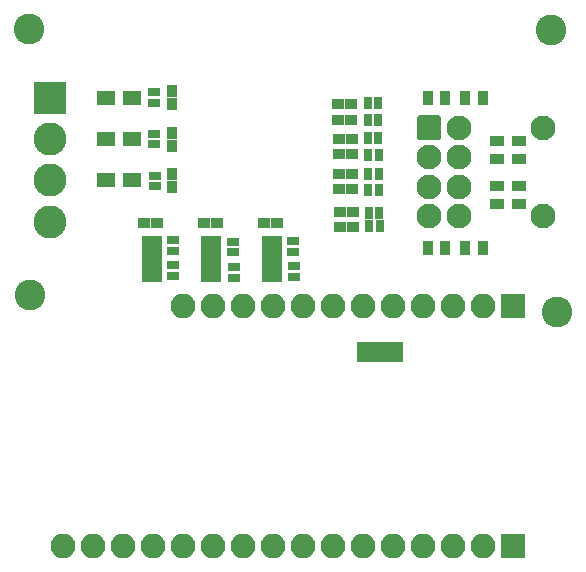
<source format=gbs>
G04 #@! TF.GenerationSoftware,KiCad,Pcbnew,(5.1.5)-3*
G04 #@! TF.CreationDate,2020-05-14T20:53:58+10:00*
G04 #@! TF.ProjectId,V9203_Devkit,56393230-335f-4446-9576-6b69742e6b69,rev?*
G04 #@! TF.SameCoordinates,Original*
G04 #@! TF.FileFunction,Soldermask,Bot*
G04 #@! TF.FilePolarity,Negative*
%FSLAX46Y46*%
G04 Gerber Fmt 4.6, Leading zero omitted, Abs format (unit mm)*
G04 Created by KiCad (PCBNEW (5.1.5)-3) date 2020-05-14 20:53:58*
%MOMM*%
%LPD*%
G04 APERTURE LIST*
%ADD10C,2.100000*%
%ADD11C,0.100000*%
%ADD12R,1.370000X1.670000*%
%ADD13R,1.000000X0.900000*%
%ADD14R,1.670000X1.370000*%
%ADD15R,1.000000X0.800000*%
%ADD16C,2.600000*%
%ADD17R,1.300000X0.900000*%
%ADD18R,0.900000X1.300000*%
%ADD19R,0.900000X1.000000*%
%ADD20R,0.800000X1.000000*%
%ADD21R,1.600000X1.300000*%
%ADD22R,2.800000X2.800000*%
%ADD23C,2.800000*%
%ADD24O,2.100000X2.100000*%
%ADD25R,2.100000X2.100000*%
G04 APERTURE END LIST*
D10*
X156511000Y-58928400D03*
X156511000Y-51428400D03*
X149331000Y-58928400D03*
X149331000Y-56428400D03*
X149331000Y-53928400D03*
X149331000Y-51428400D03*
X146831000Y-58928400D03*
X146831000Y-56428400D03*
X146831000Y-53928400D03*
D11*
G36*
X147602447Y-50379887D02*
G01*
X147632425Y-50384334D01*
X147661824Y-50391698D01*
X147690358Y-50401908D01*
X147717755Y-50414865D01*
X147743750Y-50430446D01*
X147768092Y-50448500D01*
X147790548Y-50468852D01*
X147810900Y-50491308D01*
X147828954Y-50515650D01*
X147844535Y-50541645D01*
X147857492Y-50569042D01*
X147867702Y-50597576D01*
X147875066Y-50626975D01*
X147879513Y-50656953D01*
X147881000Y-50687223D01*
X147881000Y-52169577D01*
X147879513Y-52199847D01*
X147875066Y-52229825D01*
X147867702Y-52259224D01*
X147857492Y-52287758D01*
X147844535Y-52315155D01*
X147828954Y-52341150D01*
X147810900Y-52365492D01*
X147790548Y-52387948D01*
X147768092Y-52408300D01*
X147743750Y-52426354D01*
X147717755Y-52441935D01*
X147690358Y-52454892D01*
X147661824Y-52465102D01*
X147632425Y-52472466D01*
X147602447Y-52476913D01*
X147572177Y-52478400D01*
X146089823Y-52478400D01*
X146059553Y-52476913D01*
X146029575Y-52472466D01*
X146000176Y-52465102D01*
X145971642Y-52454892D01*
X145944245Y-52441935D01*
X145918250Y-52426354D01*
X145893908Y-52408300D01*
X145871452Y-52387948D01*
X145851100Y-52365492D01*
X145833046Y-52341150D01*
X145817465Y-52315155D01*
X145804508Y-52287758D01*
X145794298Y-52259224D01*
X145786934Y-52229825D01*
X145782487Y-52199847D01*
X145781000Y-52169577D01*
X145781000Y-50687223D01*
X145782487Y-50656953D01*
X145786934Y-50626975D01*
X145794298Y-50597576D01*
X145804508Y-50569042D01*
X145817465Y-50541645D01*
X145833046Y-50515650D01*
X145851100Y-50491308D01*
X145871452Y-50468852D01*
X145893908Y-50448500D01*
X145918250Y-50430446D01*
X145944245Y-50414865D01*
X145971642Y-50401908D01*
X146000176Y-50391698D01*
X146029575Y-50384334D01*
X146059553Y-50379887D01*
X146089823Y-50378400D01*
X147572177Y-50378400D01*
X147602447Y-50379887D01*
G37*
D12*
X143910000Y-70402200D03*
X142640000Y-70402200D03*
X141370000Y-70402200D03*
D13*
X128874000Y-59480200D03*
X127774000Y-59480200D03*
X123794000Y-59480200D03*
X122694000Y-59480200D03*
X132845000Y-59480200D03*
X133945000Y-59480200D03*
D14*
X133522000Y-61283600D03*
X133522000Y-62553600D03*
X133522000Y-63823600D03*
D15*
X125191000Y-60935200D03*
X125191000Y-61835200D03*
X135409000Y-64070400D03*
X135409000Y-63170400D03*
X130271000Y-61094800D03*
X130271000Y-61994800D03*
X125191000Y-63068800D03*
X125191000Y-63968800D03*
X130296000Y-64128400D03*
X130296000Y-63228400D03*
X135325000Y-61929600D03*
X135325000Y-61029600D03*
D16*
X157118000Y-43173400D03*
X157626000Y-67049400D03*
X113049000Y-65588900D03*
X112986000Y-43046400D03*
D17*
X154451000Y-56393400D03*
X154451000Y-57893400D03*
X152546000Y-57893400D03*
X152546000Y-56393400D03*
D18*
X146716000Y-61588400D03*
X148216000Y-61588400D03*
D17*
X152546000Y-54083400D03*
X152546000Y-52583400D03*
D18*
X149891000Y-48888400D03*
X151391000Y-48888400D03*
X146716000Y-48888400D03*
X148216000Y-48888400D03*
X151391000Y-61588400D03*
X149891000Y-61588400D03*
D17*
X154451000Y-54083400D03*
X154451000Y-52583400D03*
D19*
X125038000Y-55340000D03*
X125038000Y-56440000D03*
X125038000Y-51852400D03*
X125038000Y-52952400D03*
X125038000Y-49447200D03*
X125038000Y-48347200D03*
D13*
X140261000Y-50742600D03*
X139161000Y-50742600D03*
X140253000Y-49396400D03*
X139153000Y-49396400D03*
X140346000Y-55365400D03*
X139246000Y-55365400D03*
X140337000Y-56635400D03*
X139237000Y-56635400D03*
X140304000Y-52393600D03*
X139204000Y-52393600D03*
X140311000Y-53689000D03*
X139211000Y-53689000D03*
X140380000Y-58591200D03*
X139280000Y-58591200D03*
X140380000Y-59810400D03*
X139280000Y-59810400D03*
D14*
X123362000Y-63823600D03*
X123362000Y-62553600D03*
X123362000Y-61283600D03*
X128391000Y-61283600D03*
X128391000Y-62553600D03*
X128391000Y-63823600D03*
D20*
X142550000Y-49345600D03*
X141650000Y-49345600D03*
D15*
X123565000Y-51950800D03*
X123565000Y-52850800D03*
D20*
X142575000Y-53739800D03*
X141675000Y-53739800D03*
X141650000Y-50768000D03*
X142550000Y-50768000D03*
X142550000Y-52342800D03*
X141650000Y-52342800D03*
X141701000Y-56686200D03*
X142601000Y-56686200D03*
X142601000Y-55365400D03*
X141701000Y-55365400D03*
X141726000Y-58616600D03*
X142626000Y-58616600D03*
X142640000Y-59785000D03*
X141740000Y-59785000D03*
D15*
X123514000Y-49345600D03*
X123514000Y-48445600D03*
X123667000Y-56392400D03*
X123667000Y-55492400D03*
D21*
X119468000Y-48888400D03*
X121668000Y-48888400D03*
X121668000Y-52411200D03*
X119468000Y-52411200D03*
X119442000Y-55873400D03*
X121642000Y-55873400D03*
D22*
X114700000Y-48888400D03*
D23*
X114700000Y-52388400D03*
X114700000Y-59388400D03*
X114700000Y-55888400D03*
D24*
X126003000Y-66522600D03*
X128543000Y-66522600D03*
X131083000Y-66522600D03*
X133623000Y-66522600D03*
X136163000Y-66522600D03*
X138703000Y-66522600D03*
X141243000Y-66522600D03*
X143783000Y-66522600D03*
X146323000Y-66522600D03*
X148863000Y-66522600D03*
X151403000Y-66522600D03*
D25*
X153943000Y-66522600D03*
D24*
X115858000Y-86842600D03*
X118398000Y-86842600D03*
X120938000Y-86842600D03*
X123478000Y-86842600D03*
X126018000Y-86842600D03*
X128558000Y-86842600D03*
X131098000Y-86842600D03*
X133638000Y-86842600D03*
X136178000Y-86842600D03*
X138718000Y-86842600D03*
X141258000Y-86842600D03*
X143798000Y-86842600D03*
X146338000Y-86842600D03*
X148878000Y-86842600D03*
X151418000Y-86842600D03*
D25*
X153958000Y-86842600D03*
M02*

</source>
